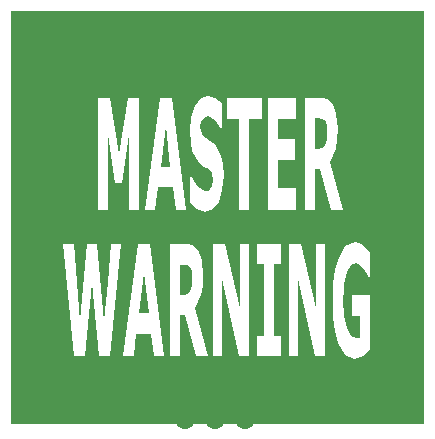
<source format=gts>
%TF.GenerationSoftware,KiCad,Pcbnew,(5.1.12-1-10_14)*%
%TF.CreationDate,2022-04-14T08:34:34-04:00*%
%TF.ProjectId,Master_Warning,4d617374-6572-45f5-9761-726e696e672e,rev?*%
%TF.SameCoordinates,Original*%
%TF.FileFunction,Soldermask,Top*%
%TF.FilePolarity,Negative*%
%FSLAX46Y46*%
G04 Gerber Fmt 4.6, Leading zero omitted, Abs format (unit mm)*
G04 Created by KiCad (PCBNEW (5.1.12-1-10_14)) date 2022-04-14 08:34:34*
%MOMM*%
%LPD*%
G01*
G04 APERTURE LIST*
%ADD10C,0.100000*%
%ADD11R,1.700000X1.700000*%
%ADD12O,1.700000X1.700000*%
G04 APERTURE END LIST*
D10*
%TO.C,svg2mod*%
G36*
X168482076Y-81267219D02*
G01*
X168482076Y-83823652D01*
X168747696Y-83823652D01*
X169094446Y-83766292D01*
X169329056Y-83504809D01*
X169459286Y-83071244D01*
X169502186Y-82427354D01*
X169450486Y-81815506D01*
X169272716Y-81413982D01*
X169067566Y-81292541D01*
X168794716Y-81267221D01*
X168482076Y-81267219D01*
G37*
G36*
X157069861Y-93670595D02*
G01*
X157069861Y-96227028D01*
X157335481Y-96227028D01*
X157682231Y-96169668D01*
X157916841Y-95908183D01*
X158047581Y-95474618D01*
X158090481Y-94830731D01*
X158038281Y-94218882D01*
X157860511Y-93817355D01*
X157655361Y-93695917D01*
X157383021Y-93670597D01*
X157069861Y-93670595D01*
G37*
G36*
X155808441Y-81949347D02*
G01*
X155396061Y-85353791D01*
X156220301Y-85353791D01*
X155808441Y-81949347D01*
G37*
G36*
X153974441Y-94352725D02*
G01*
X153562071Y-97757169D01*
X154386821Y-97757169D01*
X153974441Y-94352725D01*
G37*
G36*
X142723971Y-72182502D02*
G01*
X142723971Y-107182428D01*
X151140511Y-107182428D01*
X151140511Y-101416378D01*
X150183461Y-101416378D01*
X149581951Y-95232774D01*
X148995931Y-101416378D01*
X148038891Y-101416378D01*
X147135581Y-91923932D01*
X148038891Y-91923932D01*
X148554621Y-98458418D01*
X149171641Y-91923932D01*
X150034631Y-91923932D01*
X150622711Y-98458418D01*
X150901761Y-95084973D01*
X150901761Y-89012999D01*
X150086311Y-89012999D01*
X150086311Y-79520554D01*
X151090901Y-79520554D01*
X151845891Y-84282538D01*
X152598301Y-79520554D01*
X153602891Y-79520554D01*
X153602891Y-89012999D01*
X152742481Y-89012999D01*
X152742481Y-82656797D01*
X152120811Y-86781609D01*
X151523431Y-86781609D01*
X150901761Y-82656797D01*
X150901761Y-89012999D01*
X150901761Y-95084973D01*
X151163241Y-91923932D01*
X152043811Y-91923932D01*
X151140511Y-101416378D01*
X151140511Y-107182428D01*
X155722661Y-107182428D01*
X155722661Y-101416378D01*
X154828141Y-101416378D01*
X154596111Y-99497630D01*
X153352781Y-99497630D01*
X153120751Y-101416378D01*
X152248971Y-101416378D01*
X153488171Y-91923932D01*
X154483461Y-91923932D01*
X155722661Y-101416378D01*
X155722661Y-107182428D01*
X159439741Y-107182428D01*
X159439741Y-101416378D01*
X158382961Y-101416378D01*
X157468291Y-97935448D01*
X157069861Y-97935448D01*
X157069861Y-101416378D01*
X156209451Y-101416378D01*
X156209451Y-91923932D01*
X157556141Y-91923932D01*
X157556141Y-89012999D01*
X156662131Y-89012999D01*
X156430111Y-87094252D01*
X155186261Y-87094252D01*
X154954231Y-89012999D01*
X154082451Y-89012999D01*
X155321651Y-79520554D01*
X156317451Y-79520554D01*
X157556141Y-89012999D01*
X157556141Y-91923932D01*
X157660011Y-91923932D01*
X158171091Y-92019532D01*
X158572091Y-92433978D01*
X158871821Y-93262867D01*
X158984471Y-94531523D01*
X158941017Y-95486056D01*
X158810841Y-96246147D01*
X158319911Y-97348923D01*
X159166841Y-100425149D01*
X159166841Y-89185080D01*
X158439241Y-88980956D01*
X157860461Y-88451790D01*
X157860461Y-86175960D01*
X157955061Y-86175960D01*
X158553991Y-87106653D01*
X159194261Y-87432215D01*
X159401481Y-87393455D01*
X159610771Y-87266334D01*
X159773041Y-86979528D01*
X159838141Y-86469483D01*
X159743541Y-85933598D01*
X159471201Y-85583232D01*
X159070201Y-85347070D01*
X158675901Y-85060264D01*
X158065611Y-84008651D01*
X157926925Y-83259448D01*
X157880601Y-82350870D01*
X157985402Y-81147595D01*
X158299701Y-80189761D01*
X158780544Y-79558736D01*
X159380771Y-79348468D01*
X159380831Y-79348471D01*
X160034541Y-79532957D01*
X160595231Y-79985644D01*
X160595231Y-82172589D01*
X160502731Y-82172589D01*
X160005081Y-81407260D01*
X159405631Y-81095137D01*
X159189631Y-81139577D01*
X158984471Y-81292538D01*
X158833581Y-81586061D01*
X158770481Y-82025828D01*
X158871771Y-82606152D01*
X159254691Y-82969438D01*
X159608671Y-83179760D01*
X159975581Y-83460364D01*
X160543501Y-84435499D01*
X160681927Y-85139910D01*
X160727991Y-86029198D01*
X160622721Y-87301163D01*
X160306821Y-88311748D01*
X159812296Y-88966761D01*
X159166841Y-89185080D01*
X159166841Y-100425149D01*
X159439741Y-101416378D01*
X159439741Y-107182428D01*
X162872611Y-107182428D01*
X162872611Y-101416378D01*
X162039071Y-101416378D01*
X160615381Y-94901010D01*
X160615381Y-101416378D01*
X159822671Y-101416378D01*
X159822671Y-91923932D01*
X160856711Y-91923932D01*
X162079891Y-97361844D01*
X162079891Y-91923932D01*
X162872611Y-91923932D01*
X162872611Y-101416378D01*
X162872611Y-107182428D01*
X162899481Y-107182428D01*
X162899481Y-89012999D01*
X162034421Y-89012999D01*
X162034421Y-81356619D01*
X160986941Y-81356619D01*
X160986941Y-79520554D01*
X163946961Y-79520554D01*
X163946961Y-81356619D01*
X162899481Y-81356619D01*
X162899481Y-89012999D01*
X162899481Y-107182428D01*
X165546346Y-107182428D01*
X165546346Y-101416378D01*
X163582121Y-101416378D01*
X163582121Y-99733275D01*
X164131961Y-99733275D01*
X164131961Y-93607034D01*
X163582121Y-93607034D01*
X163582121Y-91923932D01*
X165546346Y-91923932D01*
X165546346Y-93607034D01*
X164997031Y-93607034D01*
X164997031Y-99733275D01*
X165546346Y-99733275D01*
X165546346Y-101416378D01*
X165546346Y-107182428D01*
X169306316Y-107182428D01*
X169306316Y-101416378D01*
X168472776Y-101416378D01*
X167049096Y-94901010D01*
X167049096Y-101416378D01*
X166256376Y-101416378D01*
X166256376Y-91923932D01*
X166893546Y-91923932D01*
X166893546Y-89012999D01*
X164467341Y-89012999D01*
X164467341Y-79520554D01*
X166893546Y-79520554D01*
X166893546Y-81356619D01*
X165328271Y-81356619D01*
X165328271Y-82994760D01*
X166780896Y-82994760D01*
X166780896Y-84830826D01*
X165328271Y-84830826D01*
X165328271Y-87176934D01*
X166893546Y-87176934D01*
X166893546Y-89012999D01*
X166893546Y-91923932D01*
X167290426Y-91923932D01*
X168513606Y-97361844D01*
X168513606Y-91923932D01*
X169306316Y-91923932D01*
X169306316Y-101416378D01*
X169306316Y-107182428D01*
X171795636Y-107182428D01*
X171795636Y-101613768D01*
X171032470Y-101285539D01*
X170455146Y-100300678D01*
X170186108Y-99309726D01*
X170024721Y-98096378D01*
X169970936Y-96660589D01*
X170025257Y-95281461D01*
X170188215Y-94093601D01*
X170459796Y-93096979D01*
X170851446Y-92415165D01*
X170851446Y-89012997D01*
X169795176Y-89012997D01*
X168880506Y-85532073D01*
X168482076Y-85532073D01*
X168482076Y-89012997D01*
X167621156Y-89012997D01*
X167621156Y-79520554D01*
X169072226Y-79520554D01*
X169583306Y-79616154D01*
X169984316Y-80030600D01*
X170284036Y-80858973D01*
X170396696Y-82127629D01*
X170353241Y-83082419D01*
X170223056Y-83842769D01*
X169732136Y-84945544D01*
X170851446Y-89012997D01*
X170851446Y-92415165D01*
X171044847Y-92078478D01*
X171822506Y-91738924D01*
X171822446Y-91738930D01*
X172453416Y-91911012D01*
X173120036Y-92580739D01*
X173120036Y-94805411D01*
X173023436Y-94805411D01*
X172838436Y-94429205D01*
X172604336Y-94008560D01*
X172297896Y-93657678D01*
X171928406Y-93511432D01*
X171511896Y-93702636D01*
X171176006Y-94289161D01*
X170950696Y-95264296D01*
X170889858Y-95897105D01*
X170869596Y-96622352D01*
X170943342Y-98012067D01*
X171164666Y-99032026D01*
X171530157Y-99658356D01*
X172036446Y-99867118D01*
X172144966Y-99860918D01*
X172255036Y-99841788D01*
X172255036Y-97980405D01*
X171586346Y-97980405D01*
X171586346Y-96188781D01*
X173133536Y-96188781D01*
X173133536Y-100874288D01*
X172536676Y-101371928D01*
X171795636Y-101613768D01*
X171795636Y-107182428D01*
X177723896Y-107182428D01*
X177723896Y-72182502D01*
X142723971Y-72182502D01*
G37*
%TD*%
D11*
%TO.C,J1*%
X157480000Y-104140000D03*
D12*
X157480000Y-106680000D03*
X160020000Y-104140000D03*
X160020000Y-106680000D03*
X162560000Y-104140000D03*
X162560000Y-106680000D03*
%TD*%
M02*

</source>
